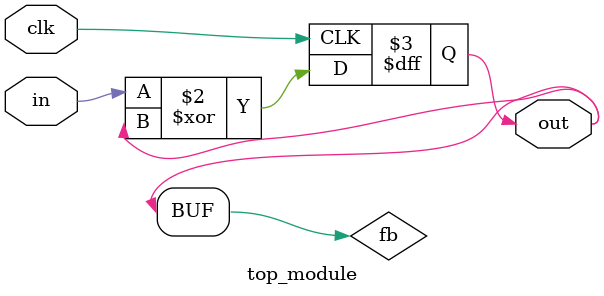
<source format=v>
module top_module (
    input clk,
    input in, 
    output out);
    
    wire fb;
    assign fb = out;
    
    always @ (posedge clk)
        begin
            out <= in ^ fb;
        end

endmodule
</source>
